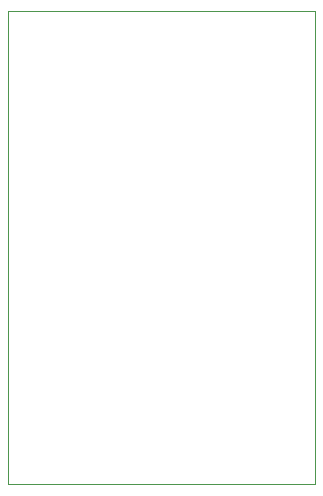
<source format=gbr>
%TF.GenerationSoftware,KiCad,Pcbnew,9.0.3-9.0.3-0~ubuntu24.04.1*%
%TF.CreationDate,2025-09-07T11:30:27-03:00*%
%TF.ProjectId,SvoCamBoardBottom,53766f43-616d-4426-9f61-7264426f7474,rev?*%
%TF.SameCoordinates,Original*%
%TF.FileFunction,Profile,NP*%
%FSLAX46Y46*%
G04 Gerber Fmt 4.6, Leading zero omitted, Abs format (unit mm)*
G04 Created by KiCad (PCBNEW 9.0.3-9.0.3-0~ubuntu24.04.1) date 2025-09-07 11:30:27*
%MOMM*%
%LPD*%
G01*
G04 APERTURE LIST*
%TA.AperFunction,Profile*%
%ADD10C,0.050000*%
%TD*%
G04 APERTURE END LIST*
D10*
X144000000Y-69000000D02*
X170000000Y-69000000D01*
X170000000Y-109000000D01*
X144000000Y-109000000D01*
X144000000Y-69000000D01*
M02*

</source>
